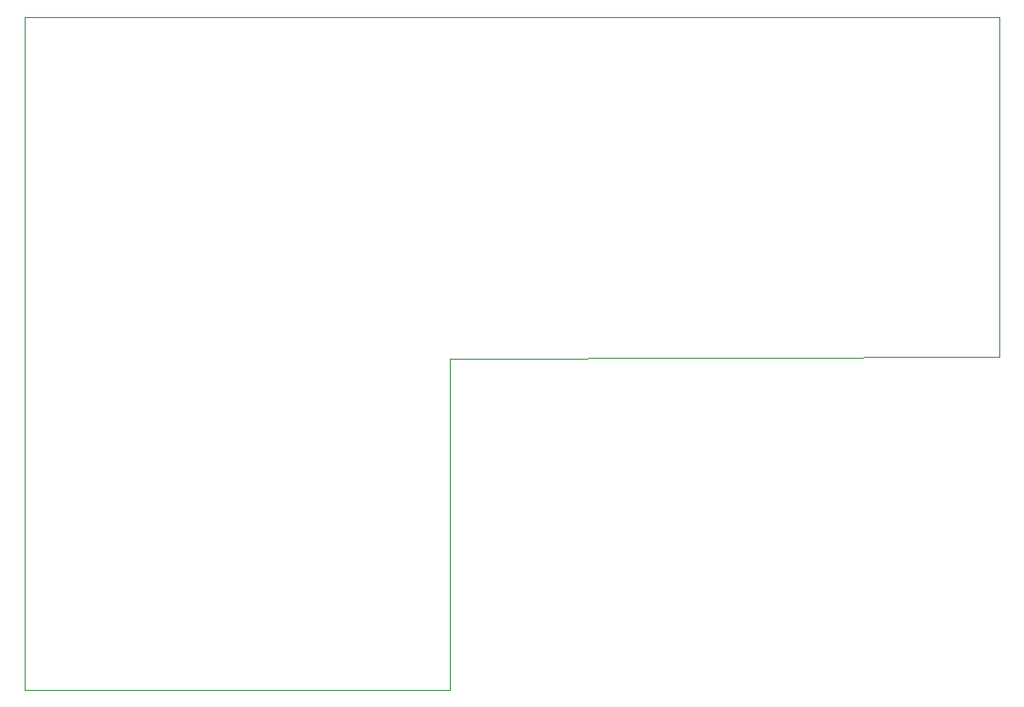
<source format=gbr>
G04*
G04 #@! TF.GenerationSoftware,Altium Limited,Altium Designer,23.0.1 (38)*
G04*
G04 Layer_Color=0*
%FSLAX25Y25*%
%MOIN*%
G70*
G04*
G04 #@! TF.SameCoordinates,8278F28E-5B15-4BE8-8149-663F5D52C5DE*
G04*
G04*
G04 #@! TF.FilePolarity,Positive*
G04*
G01*
G75*
%ADD83C,0.00100*%
D83*
X342500Y117012D02*
Y236500D01*
X0Y236500D01*
Y0D01*
X149500D01*
Y116436D01*
X342500Y117012D01*
M02*

</source>
